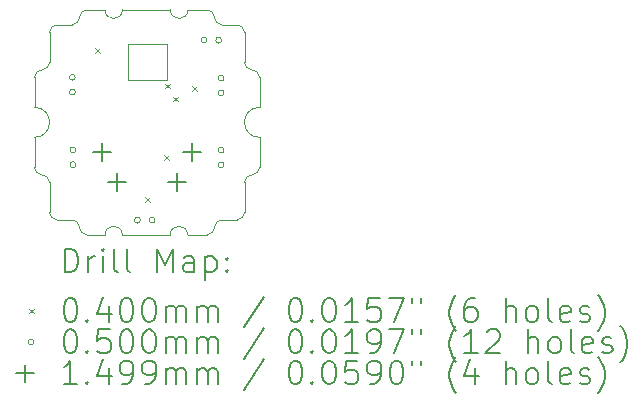
<source format=gbr>
%TF.GenerationSoftware,KiCad,Pcbnew,7.0.5*%
%TF.CreationDate,2024-03-07T22:21:13-05:00*%
%TF.ProjectId,amoebe_streamline,616d6f65-6265-45f7-9374-7265616d6c69,rev?*%
%TF.SameCoordinates,Original*%
%TF.FileFunction,Drillmap*%
%TF.FilePolarity,Positive*%
%FSLAX45Y45*%
G04 Gerber Fmt 4.5, Leading zero omitted, Abs format (unit mm)*
G04 Created by KiCad (PCBNEW 7.0.5) date 2024-03-07 22:21:13*
%MOMM*%
%LPD*%
G01*
G04 APERTURE LIST*
%ADD10C,0.100000*%
%ADD11C,0.200000*%
%ADD12C,0.040000*%
%ADD13C,0.050000*%
%ADD14C,0.149860*%
G04 APERTURE END LIST*
D10*
X14485549Y-9080429D02*
G75*
G03*
X14633011Y-9080429I73731J0D01*
G01*
X13931829Y-9080429D02*
G75*
G03*
X14079291Y-9080429I73731J0D01*
G01*
X13779500Y-9080500D02*
X13931829Y-9080571D01*
X14633011Y-9080429D02*
X14795500Y-9080500D01*
X14079291Y-9080571D02*
X14485549Y-9080429D01*
X14079291Y-10985571D02*
X14484208Y-10985500D01*
X14631670Y-10985500D02*
X14795500Y-10985500D01*
X13779500Y-10985500D02*
X13931829Y-10985571D01*
X14631670Y-10985500D02*
G75*
G03*
X14484208Y-10985500I-73731J0D01*
G01*
X13398500Y-9588500D02*
G75*
G03*
X13335000Y-9652000I0J-63500D01*
G01*
X13525500Y-9207500D02*
X13652500Y-9207500D01*
X15240000Y-9652000D02*
G75*
G03*
X15176500Y-9588500I-63500J0D01*
G01*
X14452600Y-9373950D02*
X14124940Y-9373950D01*
X15113000Y-9271000D02*
X15113000Y-9525000D01*
X14859000Y-9144000D02*
G75*
G03*
X14922500Y-9207500I63500J0D01*
G01*
X13652500Y-9207500D02*
G75*
G03*
X13716000Y-9144000I0J63500D01*
G01*
X15240000Y-10160000D02*
X15240000Y-10414000D01*
X15240000Y-9906000D02*
X15240000Y-9652000D01*
X13462000Y-10795000D02*
G75*
G03*
X13525500Y-10858500I63500J0D01*
G01*
X13779500Y-9080500D02*
G75*
G03*
X13716000Y-9144000I0J-63500D01*
G01*
X13335000Y-10414000D02*
G75*
G03*
X13398500Y-10477500I63500J0D01*
G01*
X13335000Y-9906000D02*
X13335000Y-9652000D01*
X14452600Y-9676050D02*
X14452600Y-9373950D01*
X14922500Y-10858500D02*
G75*
G03*
X14859000Y-10922000I0J-63500D01*
G01*
X13716000Y-10922000D02*
G75*
G03*
X13779500Y-10985500I63500J0D01*
G01*
X13335000Y-10160000D02*
X13335000Y-10414000D01*
X14859000Y-9144000D02*
G75*
G03*
X14795500Y-9080500I-63500J0D01*
G01*
X13462000Y-9271000D02*
X13462000Y-9525000D01*
X13335000Y-10160000D02*
G75*
G03*
X13335000Y-9906000I0J127000D01*
G01*
X15049500Y-10858500D02*
G75*
G03*
X15113000Y-10795000I0J63500D01*
G01*
X13525500Y-9207500D02*
G75*
G03*
X13462000Y-9271000I0J-63500D01*
G01*
X15176500Y-10477500D02*
G75*
G03*
X15113000Y-10541000I0J-63500D01*
G01*
X15049500Y-10858500D02*
X14922500Y-10858500D01*
X15113000Y-9271000D02*
G75*
G03*
X15049500Y-9207500I-63500J0D01*
G01*
X13716000Y-10922000D02*
G75*
G03*
X13652500Y-10858500I-63500J0D01*
G01*
X15176500Y-10477500D02*
G75*
G03*
X15240000Y-10414000I0J63500D01*
G01*
X13525500Y-10858500D02*
X13652500Y-10858500D01*
X15113000Y-9525000D02*
G75*
G03*
X15176500Y-9588500I63500J0D01*
G01*
X14124940Y-9676050D02*
X14452600Y-9676050D01*
X13398500Y-9588500D02*
G75*
G03*
X13462000Y-9525000I0J63500D01*
G01*
X14922500Y-9207500D02*
X15049500Y-9207500D01*
X13462000Y-10541000D02*
G75*
G03*
X13398500Y-10477500I-63500J0D01*
G01*
X15240000Y-9906000D02*
G75*
G03*
X15240000Y-10160000I0J-127000D01*
G01*
X14124940Y-9373950D02*
X14124940Y-9676050D01*
X14079291Y-10985571D02*
G75*
G03*
X13931829Y-10985571I-73731J0D01*
G01*
X15113000Y-10795000D02*
X15113000Y-10541000D01*
X14795500Y-10985500D02*
G75*
G03*
X14859000Y-10922000I0J63500D01*
G01*
X13462000Y-10541000D02*
X13462000Y-10795000D01*
D11*
D12*
X13848400Y-9403400D02*
X13888400Y-9443400D01*
X13888400Y-9403400D02*
X13848400Y-9443400D01*
X14270040Y-10668320D02*
X14310040Y-10708320D01*
X14310040Y-10668320D02*
X14270040Y-10708320D01*
X14435249Y-10312167D02*
X14475249Y-10352167D01*
X14475249Y-10312167D02*
X14435249Y-10352167D01*
X14442500Y-9705000D02*
X14482500Y-9745000D01*
X14482500Y-9705000D02*
X14442500Y-9745000D01*
X14508800Y-9815550D02*
X14548800Y-9855550D01*
X14548800Y-9815550D02*
X14508800Y-9855550D01*
X14672339Y-9729499D02*
X14712339Y-9769499D01*
X14712339Y-9729499D02*
X14672339Y-9769499D01*
D13*
X13680040Y-9652000D02*
G75*
G03*
X13680040Y-9652000I-25000J0D01*
G01*
X13680040Y-9777000D02*
G75*
G03*
X13680040Y-9777000I-25000J0D01*
G01*
X13685120Y-10266680D02*
G75*
G03*
X13685120Y-10266680I-25000J0D01*
G01*
X13685120Y-10391680D02*
G75*
G03*
X13685120Y-10391680I-25000J0D01*
G01*
X14230680Y-10861040D02*
G75*
G03*
X14230680Y-10861040I-25000J0D01*
G01*
X14355680Y-10861040D02*
G75*
G03*
X14355680Y-10861040I-25000J0D01*
G01*
X14794560Y-9337040D02*
G75*
G03*
X14794560Y-9337040I-25000J0D01*
G01*
X14919560Y-9337040D02*
G75*
G03*
X14919560Y-9337040I-25000J0D01*
G01*
X14939880Y-9659080D02*
G75*
G03*
X14939880Y-9659080I-25000J0D01*
G01*
X14939880Y-9784080D02*
G75*
G03*
X14939880Y-9784080I-25000J0D01*
G01*
X14939880Y-10268680D02*
G75*
G03*
X14939880Y-10268680I-25000J0D01*
G01*
X14939880Y-10393680D02*
G75*
G03*
X14939880Y-10393680I-25000J0D01*
G01*
D14*
X13906490Y-10211860D02*
X13906490Y-10361720D01*
X13831560Y-10286790D02*
X13981420Y-10286790D01*
X14033490Y-10465860D02*
X14033490Y-10615720D01*
X13958560Y-10540790D02*
X14108420Y-10540790D01*
X14541490Y-10465860D02*
X14541490Y-10615720D01*
X14466560Y-10540790D02*
X14616420Y-10540790D01*
X14668490Y-10211860D02*
X14668490Y-10361720D01*
X14593560Y-10286790D02*
X14743420Y-10286790D01*
D11*
X13590777Y-11302055D02*
X13590777Y-11102055D01*
X13590777Y-11102055D02*
X13638396Y-11102055D01*
X13638396Y-11102055D02*
X13666967Y-11111579D01*
X13666967Y-11111579D02*
X13686015Y-11130626D01*
X13686015Y-11130626D02*
X13695539Y-11149674D01*
X13695539Y-11149674D02*
X13705062Y-11187769D01*
X13705062Y-11187769D02*
X13705062Y-11216341D01*
X13705062Y-11216341D02*
X13695539Y-11254436D01*
X13695539Y-11254436D02*
X13686015Y-11273483D01*
X13686015Y-11273483D02*
X13666967Y-11292531D01*
X13666967Y-11292531D02*
X13638396Y-11302055D01*
X13638396Y-11302055D02*
X13590777Y-11302055D01*
X13790777Y-11302055D02*
X13790777Y-11168722D01*
X13790777Y-11206817D02*
X13800301Y-11187769D01*
X13800301Y-11187769D02*
X13809824Y-11178245D01*
X13809824Y-11178245D02*
X13828872Y-11168722D01*
X13828872Y-11168722D02*
X13847920Y-11168722D01*
X13914586Y-11302055D02*
X13914586Y-11168722D01*
X13914586Y-11102055D02*
X13905062Y-11111579D01*
X13905062Y-11111579D02*
X13914586Y-11121103D01*
X13914586Y-11121103D02*
X13924110Y-11111579D01*
X13924110Y-11111579D02*
X13914586Y-11102055D01*
X13914586Y-11102055D02*
X13914586Y-11121103D01*
X14038396Y-11302055D02*
X14019348Y-11292531D01*
X14019348Y-11292531D02*
X14009824Y-11273483D01*
X14009824Y-11273483D02*
X14009824Y-11102055D01*
X14143158Y-11302055D02*
X14124110Y-11292531D01*
X14124110Y-11292531D02*
X14114586Y-11273483D01*
X14114586Y-11273483D02*
X14114586Y-11102055D01*
X14371729Y-11302055D02*
X14371729Y-11102055D01*
X14371729Y-11102055D02*
X14438396Y-11244912D01*
X14438396Y-11244912D02*
X14505062Y-11102055D01*
X14505062Y-11102055D02*
X14505062Y-11302055D01*
X14686015Y-11302055D02*
X14686015Y-11197293D01*
X14686015Y-11197293D02*
X14676491Y-11178245D01*
X14676491Y-11178245D02*
X14657443Y-11168722D01*
X14657443Y-11168722D02*
X14619348Y-11168722D01*
X14619348Y-11168722D02*
X14600301Y-11178245D01*
X14686015Y-11292531D02*
X14666967Y-11302055D01*
X14666967Y-11302055D02*
X14619348Y-11302055D01*
X14619348Y-11302055D02*
X14600301Y-11292531D01*
X14600301Y-11292531D02*
X14590777Y-11273483D01*
X14590777Y-11273483D02*
X14590777Y-11254436D01*
X14590777Y-11254436D02*
X14600301Y-11235388D01*
X14600301Y-11235388D02*
X14619348Y-11225864D01*
X14619348Y-11225864D02*
X14666967Y-11225864D01*
X14666967Y-11225864D02*
X14686015Y-11216341D01*
X14781253Y-11168722D02*
X14781253Y-11368722D01*
X14781253Y-11178245D02*
X14800301Y-11168722D01*
X14800301Y-11168722D02*
X14838396Y-11168722D01*
X14838396Y-11168722D02*
X14857443Y-11178245D01*
X14857443Y-11178245D02*
X14866967Y-11187769D01*
X14866967Y-11187769D02*
X14876491Y-11206817D01*
X14876491Y-11206817D02*
X14876491Y-11263960D01*
X14876491Y-11263960D02*
X14866967Y-11283007D01*
X14866967Y-11283007D02*
X14857443Y-11292531D01*
X14857443Y-11292531D02*
X14838396Y-11302055D01*
X14838396Y-11302055D02*
X14800301Y-11302055D01*
X14800301Y-11302055D02*
X14781253Y-11292531D01*
X14962205Y-11283007D02*
X14971729Y-11292531D01*
X14971729Y-11292531D02*
X14962205Y-11302055D01*
X14962205Y-11302055D02*
X14952682Y-11292531D01*
X14952682Y-11292531D02*
X14962205Y-11283007D01*
X14962205Y-11283007D02*
X14962205Y-11302055D01*
X14962205Y-11178245D02*
X14971729Y-11187769D01*
X14971729Y-11187769D02*
X14962205Y-11197293D01*
X14962205Y-11197293D02*
X14952682Y-11187769D01*
X14952682Y-11187769D02*
X14962205Y-11178245D01*
X14962205Y-11178245D02*
X14962205Y-11197293D01*
D12*
X13290000Y-11610571D02*
X13330000Y-11650571D01*
X13330000Y-11610571D02*
X13290000Y-11650571D01*
D11*
X13628872Y-11522055D02*
X13647920Y-11522055D01*
X13647920Y-11522055D02*
X13666967Y-11531579D01*
X13666967Y-11531579D02*
X13676491Y-11541103D01*
X13676491Y-11541103D02*
X13686015Y-11560150D01*
X13686015Y-11560150D02*
X13695539Y-11598245D01*
X13695539Y-11598245D02*
X13695539Y-11645864D01*
X13695539Y-11645864D02*
X13686015Y-11683960D01*
X13686015Y-11683960D02*
X13676491Y-11703007D01*
X13676491Y-11703007D02*
X13666967Y-11712531D01*
X13666967Y-11712531D02*
X13647920Y-11722055D01*
X13647920Y-11722055D02*
X13628872Y-11722055D01*
X13628872Y-11722055D02*
X13609824Y-11712531D01*
X13609824Y-11712531D02*
X13600301Y-11703007D01*
X13600301Y-11703007D02*
X13590777Y-11683960D01*
X13590777Y-11683960D02*
X13581253Y-11645864D01*
X13581253Y-11645864D02*
X13581253Y-11598245D01*
X13581253Y-11598245D02*
X13590777Y-11560150D01*
X13590777Y-11560150D02*
X13600301Y-11541103D01*
X13600301Y-11541103D02*
X13609824Y-11531579D01*
X13609824Y-11531579D02*
X13628872Y-11522055D01*
X13781253Y-11703007D02*
X13790777Y-11712531D01*
X13790777Y-11712531D02*
X13781253Y-11722055D01*
X13781253Y-11722055D02*
X13771729Y-11712531D01*
X13771729Y-11712531D02*
X13781253Y-11703007D01*
X13781253Y-11703007D02*
X13781253Y-11722055D01*
X13962205Y-11588722D02*
X13962205Y-11722055D01*
X13914586Y-11512531D02*
X13866967Y-11655388D01*
X13866967Y-11655388D02*
X13990777Y-11655388D01*
X14105062Y-11522055D02*
X14124110Y-11522055D01*
X14124110Y-11522055D02*
X14143158Y-11531579D01*
X14143158Y-11531579D02*
X14152682Y-11541103D01*
X14152682Y-11541103D02*
X14162205Y-11560150D01*
X14162205Y-11560150D02*
X14171729Y-11598245D01*
X14171729Y-11598245D02*
X14171729Y-11645864D01*
X14171729Y-11645864D02*
X14162205Y-11683960D01*
X14162205Y-11683960D02*
X14152682Y-11703007D01*
X14152682Y-11703007D02*
X14143158Y-11712531D01*
X14143158Y-11712531D02*
X14124110Y-11722055D01*
X14124110Y-11722055D02*
X14105062Y-11722055D01*
X14105062Y-11722055D02*
X14086015Y-11712531D01*
X14086015Y-11712531D02*
X14076491Y-11703007D01*
X14076491Y-11703007D02*
X14066967Y-11683960D01*
X14066967Y-11683960D02*
X14057443Y-11645864D01*
X14057443Y-11645864D02*
X14057443Y-11598245D01*
X14057443Y-11598245D02*
X14066967Y-11560150D01*
X14066967Y-11560150D02*
X14076491Y-11541103D01*
X14076491Y-11541103D02*
X14086015Y-11531579D01*
X14086015Y-11531579D02*
X14105062Y-11522055D01*
X14295539Y-11522055D02*
X14314586Y-11522055D01*
X14314586Y-11522055D02*
X14333634Y-11531579D01*
X14333634Y-11531579D02*
X14343158Y-11541103D01*
X14343158Y-11541103D02*
X14352682Y-11560150D01*
X14352682Y-11560150D02*
X14362205Y-11598245D01*
X14362205Y-11598245D02*
X14362205Y-11645864D01*
X14362205Y-11645864D02*
X14352682Y-11683960D01*
X14352682Y-11683960D02*
X14343158Y-11703007D01*
X14343158Y-11703007D02*
X14333634Y-11712531D01*
X14333634Y-11712531D02*
X14314586Y-11722055D01*
X14314586Y-11722055D02*
X14295539Y-11722055D01*
X14295539Y-11722055D02*
X14276491Y-11712531D01*
X14276491Y-11712531D02*
X14266967Y-11703007D01*
X14266967Y-11703007D02*
X14257443Y-11683960D01*
X14257443Y-11683960D02*
X14247920Y-11645864D01*
X14247920Y-11645864D02*
X14247920Y-11598245D01*
X14247920Y-11598245D02*
X14257443Y-11560150D01*
X14257443Y-11560150D02*
X14266967Y-11541103D01*
X14266967Y-11541103D02*
X14276491Y-11531579D01*
X14276491Y-11531579D02*
X14295539Y-11522055D01*
X14447920Y-11722055D02*
X14447920Y-11588722D01*
X14447920Y-11607769D02*
X14457443Y-11598245D01*
X14457443Y-11598245D02*
X14476491Y-11588722D01*
X14476491Y-11588722D02*
X14505063Y-11588722D01*
X14505063Y-11588722D02*
X14524110Y-11598245D01*
X14524110Y-11598245D02*
X14533634Y-11617293D01*
X14533634Y-11617293D02*
X14533634Y-11722055D01*
X14533634Y-11617293D02*
X14543158Y-11598245D01*
X14543158Y-11598245D02*
X14562205Y-11588722D01*
X14562205Y-11588722D02*
X14590777Y-11588722D01*
X14590777Y-11588722D02*
X14609824Y-11598245D01*
X14609824Y-11598245D02*
X14619348Y-11617293D01*
X14619348Y-11617293D02*
X14619348Y-11722055D01*
X14714586Y-11722055D02*
X14714586Y-11588722D01*
X14714586Y-11607769D02*
X14724110Y-11598245D01*
X14724110Y-11598245D02*
X14743158Y-11588722D01*
X14743158Y-11588722D02*
X14771729Y-11588722D01*
X14771729Y-11588722D02*
X14790777Y-11598245D01*
X14790777Y-11598245D02*
X14800301Y-11617293D01*
X14800301Y-11617293D02*
X14800301Y-11722055D01*
X14800301Y-11617293D02*
X14809824Y-11598245D01*
X14809824Y-11598245D02*
X14828872Y-11588722D01*
X14828872Y-11588722D02*
X14857443Y-11588722D01*
X14857443Y-11588722D02*
X14876491Y-11598245D01*
X14876491Y-11598245D02*
X14886015Y-11617293D01*
X14886015Y-11617293D02*
X14886015Y-11722055D01*
X15276491Y-11512531D02*
X15105063Y-11769674D01*
X15533634Y-11522055D02*
X15552682Y-11522055D01*
X15552682Y-11522055D02*
X15571729Y-11531579D01*
X15571729Y-11531579D02*
X15581253Y-11541103D01*
X15581253Y-11541103D02*
X15590777Y-11560150D01*
X15590777Y-11560150D02*
X15600301Y-11598245D01*
X15600301Y-11598245D02*
X15600301Y-11645864D01*
X15600301Y-11645864D02*
X15590777Y-11683960D01*
X15590777Y-11683960D02*
X15581253Y-11703007D01*
X15581253Y-11703007D02*
X15571729Y-11712531D01*
X15571729Y-11712531D02*
X15552682Y-11722055D01*
X15552682Y-11722055D02*
X15533634Y-11722055D01*
X15533634Y-11722055D02*
X15514586Y-11712531D01*
X15514586Y-11712531D02*
X15505063Y-11703007D01*
X15505063Y-11703007D02*
X15495539Y-11683960D01*
X15495539Y-11683960D02*
X15486015Y-11645864D01*
X15486015Y-11645864D02*
X15486015Y-11598245D01*
X15486015Y-11598245D02*
X15495539Y-11560150D01*
X15495539Y-11560150D02*
X15505063Y-11541103D01*
X15505063Y-11541103D02*
X15514586Y-11531579D01*
X15514586Y-11531579D02*
X15533634Y-11522055D01*
X15686015Y-11703007D02*
X15695539Y-11712531D01*
X15695539Y-11712531D02*
X15686015Y-11722055D01*
X15686015Y-11722055D02*
X15676491Y-11712531D01*
X15676491Y-11712531D02*
X15686015Y-11703007D01*
X15686015Y-11703007D02*
X15686015Y-11722055D01*
X15819348Y-11522055D02*
X15838396Y-11522055D01*
X15838396Y-11522055D02*
X15857444Y-11531579D01*
X15857444Y-11531579D02*
X15866967Y-11541103D01*
X15866967Y-11541103D02*
X15876491Y-11560150D01*
X15876491Y-11560150D02*
X15886015Y-11598245D01*
X15886015Y-11598245D02*
X15886015Y-11645864D01*
X15886015Y-11645864D02*
X15876491Y-11683960D01*
X15876491Y-11683960D02*
X15866967Y-11703007D01*
X15866967Y-11703007D02*
X15857444Y-11712531D01*
X15857444Y-11712531D02*
X15838396Y-11722055D01*
X15838396Y-11722055D02*
X15819348Y-11722055D01*
X15819348Y-11722055D02*
X15800301Y-11712531D01*
X15800301Y-11712531D02*
X15790777Y-11703007D01*
X15790777Y-11703007D02*
X15781253Y-11683960D01*
X15781253Y-11683960D02*
X15771729Y-11645864D01*
X15771729Y-11645864D02*
X15771729Y-11598245D01*
X15771729Y-11598245D02*
X15781253Y-11560150D01*
X15781253Y-11560150D02*
X15790777Y-11541103D01*
X15790777Y-11541103D02*
X15800301Y-11531579D01*
X15800301Y-11531579D02*
X15819348Y-11522055D01*
X16076491Y-11722055D02*
X15962206Y-11722055D01*
X16019348Y-11722055D02*
X16019348Y-11522055D01*
X16019348Y-11522055D02*
X16000301Y-11550626D01*
X16000301Y-11550626D02*
X15981253Y-11569674D01*
X15981253Y-11569674D02*
X15962206Y-11579198D01*
X16257444Y-11522055D02*
X16162206Y-11522055D01*
X16162206Y-11522055D02*
X16152682Y-11617293D01*
X16152682Y-11617293D02*
X16162206Y-11607769D01*
X16162206Y-11607769D02*
X16181253Y-11598245D01*
X16181253Y-11598245D02*
X16228872Y-11598245D01*
X16228872Y-11598245D02*
X16247920Y-11607769D01*
X16247920Y-11607769D02*
X16257444Y-11617293D01*
X16257444Y-11617293D02*
X16266967Y-11636341D01*
X16266967Y-11636341D02*
X16266967Y-11683960D01*
X16266967Y-11683960D02*
X16257444Y-11703007D01*
X16257444Y-11703007D02*
X16247920Y-11712531D01*
X16247920Y-11712531D02*
X16228872Y-11722055D01*
X16228872Y-11722055D02*
X16181253Y-11722055D01*
X16181253Y-11722055D02*
X16162206Y-11712531D01*
X16162206Y-11712531D02*
X16152682Y-11703007D01*
X16333634Y-11522055D02*
X16466967Y-11522055D01*
X16466967Y-11522055D02*
X16381253Y-11722055D01*
X16533634Y-11522055D02*
X16533634Y-11560150D01*
X16609825Y-11522055D02*
X16609825Y-11560150D01*
X16905063Y-11798245D02*
X16895539Y-11788722D01*
X16895539Y-11788722D02*
X16876491Y-11760150D01*
X16876491Y-11760150D02*
X16866968Y-11741103D01*
X16866968Y-11741103D02*
X16857444Y-11712531D01*
X16857444Y-11712531D02*
X16847920Y-11664912D01*
X16847920Y-11664912D02*
X16847920Y-11626817D01*
X16847920Y-11626817D02*
X16857444Y-11579198D01*
X16857444Y-11579198D02*
X16866968Y-11550626D01*
X16866968Y-11550626D02*
X16876491Y-11531579D01*
X16876491Y-11531579D02*
X16895539Y-11503007D01*
X16895539Y-11503007D02*
X16905063Y-11493483D01*
X17066968Y-11522055D02*
X17028872Y-11522055D01*
X17028872Y-11522055D02*
X17009825Y-11531579D01*
X17009825Y-11531579D02*
X17000301Y-11541103D01*
X17000301Y-11541103D02*
X16981253Y-11569674D01*
X16981253Y-11569674D02*
X16971730Y-11607769D01*
X16971730Y-11607769D02*
X16971730Y-11683960D01*
X16971730Y-11683960D02*
X16981253Y-11703007D01*
X16981253Y-11703007D02*
X16990777Y-11712531D01*
X16990777Y-11712531D02*
X17009825Y-11722055D01*
X17009825Y-11722055D02*
X17047920Y-11722055D01*
X17047920Y-11722055D02*
X17066968Y-11712531D01*
X17066968Y-11712531D02*
X17076491Y-11703007D01*
X17076491Y-11703007D02*
X17086015Y-11683960D01*
X17086015Y-11683960D02*
X17086015Y-11636341D01*
X17086015Y-11636341D02*
X17076491Y-11617293D01*
X17076491Y-11617293D02*
X17066968Y-11607769D01*
X17066968Y-11607769D02*
X17047920Y-11598245D01*
X17047920Y-11598245D02*
X17009825Y-11598245D01*
X17009825Y-11598245D02*
X16990777Y-11607769D01*
X16990777Y-11607769D02*
X16981253Y-11617293D01*
X16981253Y-11617293D02*
X16971730Y-11636341D01*
X17324111Y-11722055D02*
X17324111Y-11522055D01*
X17409825Y-11722055D02*
X17409825Y-11617293D01*
X17409825Y-11617293D02*
X17400301Y-11598245D01*
X17400301Y-11598245D02*
X17381253Y-11588722D01*
X17381253Y-11588722D02*
X17352682Y-11588722D01*
X17352682Y-11588722D02*
X17333634Y-11598245D01*
X17333634Y-11598245D02*
X17324111Y-11607769D01*
X17533634Y-11722055D02*
X17514587Y-11712531D01*
X17514587Y-11712531D02*
X17505063Y-11703007D01*
X17505063Y-11703007D02*
X17495539Y-11683960D01*
X17495539Y-11683960D02*
X17495539Y-11626817D01*
X17495539Y-11626817D02*
X17505063Y-11607769D01*
X17505063Y-11607769D02*
X17514587Y-11598245D01*
X17514587Y-11598245D02*
X17533634Y-11588722D01*
X17533634Y-11588722D02*
X17562206Y-11588722D01*
X17562206Y-11588722D02*
X17581253Y-11598245D01*
X17581253Y-11598245D02*
X17590777Y-11607769D01*
X17590777Y-11607769D02*
X17600301Y-11626817D01*
X17600301Y-11626817D02*
X17600301Y-11683960D01*
X17600301Y-11683960D02*
X17590777Y-11703007D01*
X17590777Y-11703007D02*
X17581253Y-11712531D01*
X17581253Y-11712531D02*
X17562206Y-11722055D01*
X17562206Y-11722055D02*
X17533634Y-11722055D01*
X17714587Y-11722055D02*
X17695539Y-11712531D01*
X17695539Y-11712531D02*
X17686015Y-11693483D01*
X17686015Y-11693483D02*
X17686015Y-11522055D01*
X17866968Y-11712531D02*
X17847920Y-11722055D01*
X17847920Y-11722055D02*
X17809825Y-11722055D01*
X17809825Y-11722055D02*
X17790777Y-11712531D01*
X17790777Y-11712531D02*
X17781253Y-11693483D01*
X17781253Y-11693483D02*
X17781253Y-11617293D01*
X17781253Y-11617293D02*
X17790777Y-11598245D01*
X17790777Y-11598245D02*
X17809825Y-11588722D01*
X17809825Y-11588722D02*
X17847920Y-11588722D01*
X17847920Y-11588722D02*
X17866968Y-11598245D01*
X17866968Y-11598245D02*
X17876492Y-11617293D01*
X17876492Y-11617293D02*
X17876492Y-11636341D01*
X17876492Y-11636341D02*
X17781253Y-11655388D01*
X17952682Y-11712531D02*
X17971730Y-11722055D01*
X17971730Y-11722055D02*
X18009825Y-11722055D01*
X18009825Y-11722055D02*
X18028873Y-11712531D01*
X18028873Y-11712531D02*
X18038396Y-11693483D01*
X18038396Y-11693483D02*
X18038396Y-11683960D01*
X18038396Y-11683960D02*
X18028873Y-11664912D01*
X18028873Y-11664912D02*
X18009825Y-11655388D01*
X18009825Y-11655388D02*
X17981253Y-11655388D01*
X17981253Y-11655388D02*
X17962206Y-11645864D01*
X17962206Y-11645864D02*
X17952682Y-11626817D01*
X17952682Y-11626817D02*
X17952682Y-11617293D01*
X17952682Y-11617293D02*
X17962206Y-11598245D01*
X17962206Y-11598245D02*
X17981253Y-11588722D01*
X17981253Y-11588722D02*
X18009825Y-11588722D01*
X18009825Y-11588722D02*
X18028873Y-11598245D01*
X18105063Y-11798245D02*
X18114587Y-11788722D01*
X18114587Y-11788722D02*
X18133634Y-11760150D01*
X18133634Y-11760150D02*
X18143158Y-11741103D01*
X18143158Y-11741103D02*
X18152682Y-11712531D01*
X18152682Y-11712531D02*
X18162206Y-11664912D01*
X18162206Y-11664912D02*
X18162206Y-11626817D01*
X18162206Y-11626817D02*
X18152682Y-11579198D01*
X18152682Y-11579198D02*
X18143158Y-11550626D01*
X18143158Y-11550626D02*
X18133634Y-11531579D01*
X18133634Y-11531579D02*
X18114587Y-11503007D01*
X18114587Y-11503007D02*
X18105063Y-11493483D01*
D13*
X13330000Y-11894571D02*
G75*
G03*
X13330000Y-11894571I-25000J0D01*
G01*
D11*
X13628872Y-11786055D02*
X13647920Y-11786055D01*
X13647920Y-11786055D02*
X13666967Y-11795579D01*
X13666967Y-11795579D02*
X13676491Y-11805103D01*
X13676491Y-11805103D02*
X13686015Y-11824150D01*
X13686015Y-11824150D02*
X13695539Y-11862245D01*
X13695539Y-11862245D02*
X13695539Y-11909864D01*
X13695539Y-11909864D02*
X13686015Y-11947960D01*
X13686015Y-11947960D02*
X13676491Y-11967007D01*
X13676491Y-11967007D02*
X13666967Y-11976531D01*
X13666967Y-11976531D02*
X13647920Y-11986055D01*
X13647920Y-11986055D02*
X13628872Y-11986055D01*
X13628872Y-11986055D02*
X13609824Y-11976531D01*
X13609824Y-11976531D02*
X13600301Y-11967007D01*
X13600301Y-11967007D02*
X13590777Y-11947960D01*
X13590777Y-11947960D02*
X13581253Y-11909864D01*
X13581253Y-11909864D02*
X13581253Y-11862245D01*
X13581253Y-11862245D02*
X13590777Y-11824150D01*
X13590777Y-11824150D02*
X13600301Y-11805103D01*
X13600301Y-11805103D02*
X13609824Y-11795579D01*
X13609824Y-11795579D02*
X13628872Y-11786055D01*
X13781253Y-11967007D02*
X13790777Y-11976531D01*
X13790777Y-11976531D02*
X13781253Y-11986055D01*
X13781253Y-11986055D02*
X13771729Y-11976531D01*
X13771729Y-11976531D02*
X13781253Y-11967007D01*
X13781253Y-11967007D02*
X13781253Y-11986055D01*
X13971729Y-11786055D02*
X13876491Y-11786055D01*
X13876491Y-11786055D02*
X13866967Y-11881293D01*
X13866967Y-11881293D02*
X13876491Y-11871769D01*
X13876491Y-11871769D02*
X13895539Y-11862245D01*
X13895539Y-11862245D02*
X13943158Y-11862245D01*
X13943158Y-11862245D02*
X13962205Y-11871769D01*
X13962205Y-11871769D02*
X13971729Y-11881293D01*
X13971729Y-11881293D02*
X13981253Y-11900341D01*
X13981253Y-11900341D02*
X13981253Y-11947960D01*
X13981253Y-11947960D02*
X13971729Y-11967007D01*
X13971729Y-11967007D02*
X13962205Y-11976531D01*
X13962205Y-11976531D02*
X13943158Y-11986055D01*
X13943158Y-11986055D02*
X13895539Y-11986055D01*
X13895539Y-11986055D02*
X13876491Y-11976531D01*
X13876491Y-11976531D02*
X13866967Y-11967007D01*
X14105062Y-11786055D02*
X14124110Y-11786055D01*
X14124110Y-11786055D02*
X14143158Y-11795579D01*
X14143158Y-11795579D02*
X14152682Y-11805103D01*
X14152682Y-11805103D02*
X14162205Y-11824150D01*
X14162205Y-11824150D02*
X14171729Y-11862245D01*
X14171729Y-11862245D02*
X14171729Y-11909864D01*
X14171729Y-11909864D02*
X14162205Y-11947960D01*
X14162205Y-11947960D02*
X14152682Y-11967007D01*
X14152682Y-11967007D02*
X14143158Y-11976531D01*
X14143158Y-11976531D02*
X14124110Y-11986055D01*
X14124110Y-11986055D02*
X14105062Y-11986055D01*
X14105062Y-11986055D02*
X14086015Y-11976531D01*
X14086015Y-11976531D02*
X14076491Y-11967007D01*
X14076491Y-11967007D02*
X14066967Y-11947960D01*
X14066967Y-11947960D02*
X14057443Y-11909864D01*
X14057443Y-11909864D02*
X14057443Y-11862245D01*
X14057443Y-11862245D02*
X14066967Y-11824150D01*
X14066967Y-11824150D02*
X14076491Y-11805103D01*
X14076491Y-11805103D02*
X14086015Y-11795579D01*
X14086015Y-11795579D02*
X14105062Y-11786055D01*
X14295539Y-11786055D02*
X14314586Y-11786055D01*
X14314586Y-11786055D02*
X14333634Y-11795579D01*
X14333634Y-11795579D02*
X14343158Y-11805103D01*
X14343158Y-11805103D02*
X14352682Y-11824150D01*
X14352682Y-11824150D02*
X14362205Y-11862245D01*
X14362205Y-11862245D02*
X14362205Y-11909864D01*
X14362205Y-11909864D02*
X14352682Y-11947960D01*
X14352682Y-11947960D02*
X14343158Y-11967007D01*
X14343158Y-11967007D02*
X14333634Y-11976531D01*
X14333634Y-11976531D02*
X14314586Y-11986055D01*
X14314586Y-11986055D02*
X14295539Y-11986055D01*
X14295539Y-11986055D02*
X14276491Y-11976531D01*
X14276491Y-11976531D02*
X14266967Y-11967007D01*
X14266967Y-11967007D02*
X14257443Y-11947960D01*
X14257443Y-11947960D02*
X14247920Y-11909864D01*
X14247920Y-11909864D02*
X14247920Y-11862245D01*
X14247920Y-11862245D02*
X14257443Y-11824150D01*
X14257443Y-11824150D02*
X14266967Y-11805103D01*
X14266967Y-11805103D02*
X14276491Y-11795579D01*
X14276491Y-11795579D02*
X14295539Y-11786055D01*
X14447920Y-11986055D02*
X14447920Y-11852722D01*
X14447920Y-11871769D02*
X14457443Y-11862245D01*
X14457443Y-11862245D02*
X14476491Y-11852722D01*
X14476491Y-11852722D02*
X14505063Y-11852722D01*
X14505063Y-11852722D02*
X14524110Y-11862245D01*
X14524110Y-11862245D02*
X14533634Y-11881293D01*
X14533634Y-11881293D02*
X14533634Y-11986055D01*
X14533634Y-11881293D02*
X14543158Y-11862245D01*
X14543158Y-11862245D02*
X14562205Y-11852722D01*
X14562205Y-11852722D02*
X14590777Y-11852722D01*
X14590777Y-11852722D02*
X14609824Y-11862245D01*
X14609824Y-11862245D02*
X14619348Y-11881293D01*
X14619348Y-11881293D02*
X14619348Y-11986055D01*
X14714586Y-11986055D02*
X14714586Y-11852722D01*
X14714586Y-11871769D02*
X14724110Y-11862245D01*
X14724110Y-11862245D02*
X14743158Y-11852722D01*
X14743158Y-11852722D02*
X14771729Y-11852722D01*
X14771729Y-11852722D02*
X14790777Y-11862245D01*
X14790777Y-11862245D02*
X14800301Y-11881293D01*
X14800301Y-11881293D02*
X14800301Y-11986055D01*
X14800301Y-11881293D02*
X14809824Y-11862245D01*
X14809824Y-11862245D02*
X14828872Y-11852722D01*
X14828872Y-11852722D02*
X14857443Y-11852722D01*
X14857443Y-11852722D02*
X14876491Y-11862245D01*
X14876491Y-11862245D02*
X14886015Y-11881293D01*
X14886015Y-11881293D02*
X14886015Y-11986055D01*
X15276491Y-11776531D02*
X15105063Y-12033674D01*
X15533634Y-11786055D02*
X15552682Y-11786055D01*
X15552682Y-11786055D02*
X15571729Y-11795579D01*
X15571729Y-11795579D02*
X15581253Y-11805103D01*
X15581253Y-11805103D02*
X15590777Y-11824150D01*
X15590777Y-11824150D02*
X15600301Y-11862245D01*
X15600301Y-11862245D02*
X15600301Y-11909864D01*
X15600301Y-11909864D02*
X15590777Y-11947960D01*
X15590777Y-11947960D02*
X15581253Y-11967007D01*
X15581253Y-11967007D02*
X15571729Y-11976531D01*
X15571729Y-11976531D02*
X15552682Y-11986055D01*
X15552682Y-11986055D02*
X15533634Y-11986055D01*
X15533634Y-11986055D02*
X15514586Y-11976531D01*
X15514586Y-11976531D02*
X15505063Y-11967007D01*
X15505063Y-11967007D02*
X15495539Y-11947960D01*
X15495539Y-11947960D02*
X15486015Y-11909864D01*
X15486015Y-11909864D02*
X15486015Y-11862245D01*
X15486015Y-11862245D02*
X15495539Y-11824150D01*
X15495539Y-11824150D02*
X15505063Y-11805103D01*
X15505063Y-11805103D02*
X15514586Y-11795579D01*
X15514586Y-11795579D02*
X15533634Y-11786055D01*
X15686015Y-11967007D02*
X15695539Y-11976531D01*
X15695539Y-11976531D02*
X15686015Y-11986055D01*
X15686015Y-11986055D02*
X15676491Y-11976531D01*
X15676491Y-11976531D02*
X15686015Y-11967007D01*
X15686015Y-11967007D02*
X15686015Y-11986055D01*
X15819348Y-11786055D02*
X15838396Y-11786055D01*
X15838396Y-11786055D02*
X15857444Y-11795579D01*
X15857444Y-11795579D02*
X15866967Y-11805103D01*
X15866967Y-11805103D02*
X15876491Y-11824150D01*
X15876491Y-11824150D02*
X15886015Y-11862245D01*
X15886015Y-11862245D02*
X15886015Y-11909864D01*
X15886015Y-11909864D02*
X15876491Y-11947960D01*
X15876491Y-11947960D02*
X15866967Y-11967007D01*
X15866967Y-11967007D02*
X15857444Y-11976531D01*
X15857444Y-11976531D02*
X15838396Y-11986055D01*
X15838396Y-11986055D02*
X15819348Y-11986055D01*
X15819348Y-11986055D02*
X15800301Y-11976531D01*
X15800301Y-11976531D02*
X15790777Y-11967007D01*
X15790777Y-11967007D02*
X15781253Y-11947960D01*
X15781253Y-11947960D02*
X15771729Y-11909864D01*
X15771729Y-11909864D02*
X15771729Y-11862245D01*
X15771729Y-11862245D02*
X15781253Y-11824150D01*
X15781253Y-11824150D02*
X15790777Y-11805103D01*
X15790777Y-11805103D02*
X15800301Y-11795579D01*
X15800301Y-11795579D02*
X15819348Y-11786055D01*
X16076491Y-11986055D02*
X15962206Y-11986055D01*
X16019348Y-11986055D02*
X16019348Y-11786055D01*
X16019348Y-11786055D02*
X16000301Y-11814626D01*
X16000301Y-11814626D02*
X15981253Y-11833674D01*
X15981253Y-11833674D02*
X15962206Y-11843198D01*
X16171729Y-11986055D02*
X16209825Y-11986055D01*
X16209825Y-11986055D02*
X16228872Y-11976531D01*
X16228872Y-11976531D02*
X16238396Y-11967007D01*
X16238396Y-11967007D02*
X16257444Y-11938436D01*
X16257444Y-11938436D02*
X16266967Y-11900341D01*
X16266967Y-11900341D02*
X16266967Y-11824150D01*
X16266967Y-11824150D02*
X16257444Y-11805103D01*
X16257444Y-11805103D02*
X16247920Y-11795579D01*
X16247920Y-11795579D02*
X16228872Y-11786055D01*
X16228872Y-11786055D02*
X16190777Y-11786055D01*
X16190777Y-11786055D02*
X16171729Y-11795579D01*
X16171729Y-11795579D02*
X16162206Y-11805103D01*
X16162206Y-11805103D02*
X16152682Y-11824150D01*
X16152682Y-11824150D02*
X16152682Y-11871769D01*
X16152682Y-11871769D02*
X16162206Y-11890817D01*
X16162206Y-11890817D02*
X16171729Y-11900341D01*
X16171729Y-11900341D02*
X16190777Y-11909864D01*
X16190777Y-11909864D02*
X16228872Y-11909864D01*
X16228872Y-11909864D02*
X16247920Y-11900341D01*
X16247920Y-11900341D02*
X16257444Y-11890817D01*
X16257444Y-11890817D02*
X16266967Y-11871769D01*
X16333634Y-11786055D02*
X16466967Y-11786055D01*
X16466967Y-11786055D02*
X16381253Y-11986055D01*
X16533634Y-11786055D02*
X16533634Y-11824150D01*
X16609825Y-11786055D02*
X16609825Y-11824150D01*
X16905063Y-12062245D02*
X16895539Y-12052722D01*
X16895539Y-12052722D02*
X16876491Y-12024150D01*
X16876491Y-12024150D02*
X16866968Y-12005103D01*
X16866968Y-12005103D02*
X16857444Y-11976531D01*
X16857444Y-11976531D02*
X16847920Y-11928912D01*
X16847920Y-11928912D02*
X16847920Y-11890817D01*
X16847920Y-11890817D02*
X16857444Y-11843198D01*
X16857444Y-11843198D02*
X16866968Y-11814626D01*
X16866968Y-11814626D02*
X16876491Y-11795579D01*
X16876491Y-11795579D02*
X16895539Y-11767007D01*
X16895539Y-11767007D02*
X16905063Y-11757483D01*
X17086015Y-11986055D02*
X16971730Y-11986055D01*
X17028872Y-11986055D02*
X17028872Y-11786055D01*
X17028872Y-11786055D02*
X17009825Y-11814626D01*
X17009825Y-11814626D02*
X16990777Y-11833674D01*
X16990777Y-11833674D02*
X16971730Y-11843198D01*
X17162206Y-11805103D02*
X17171730Y-11795579D01*
X17171730Y-11795579D02*
X17190777Y-11786055D01*
X17190777Y-11786055D02*
X17238396Y-11786055D01*
X17238396Y-11786055D02*
X17257444Y-11795579D01*
X17257444Y-11795579D02*
X17266968Y-11805103D01*
X17266968Y-11805103D02*
X17276491Y-11824150D01*
X17276491Y-11824150D02*
X17276491Y-11843198D01*
X17276491Y-11843198D02*
X17266968Y-11871769D01*
X17266968Y-11871769D02*
X17152682Y-11986055D01*
X17152682Y-11986055D02*
X17276491Y-11986055D01*
X17514587Y-11986055D02*
X17514587Y-11786055D01*
X17600301Y-11986055D02*
X17600301Y-11881293D01*
X17600301Y-11881293D02*
X17590777Y-11862245D01*
X17590777Y-11862245D02*
X17571730Y-11852722D01*
X17571730Y-11852722D02*
X17543158Y-11852722D01*
X17543158Y-11852722D02*
X17524111Y-11862245D01*
X17524111Y-11862245D02*
X17514587Y-11871769D01*
X17724111Y-11986055D02*
X17705063Y-11976531D01*
X17705063Y-11976531D02*
X17695539Y-11967007D01*
X17695539Y-11967007D02*
X17686015Y-11947960D01*
X17686015Y-11947960D02*
X17686015Y-11890817D01*
X17686015Y-11890817D02*
X17695539Y-11871769D01*
X17695539Y-11871769D02*
X17705063Y-11862245D01*
X17705063Y-11862245D02*
X17724111Y-11852722D01*
X17724111Y-11852722D02*
X17752682Y-11852722D01*
X17752682Y-11852722D02*
X17771730Y-11862245D01*
X17771730Y-11862245D02*
X17781253Y-11871769D01*
X17781253Y-11871769D02*
X17790777Y-11890817D01*
X17790777Y-11890817D02*
X17790777Y-11947960D01*
X17790777Y-11947960D02*
X17781253Y-11967007D01*
X17781253Y-11967007D02*
X17771730Y-11976531D01*
X17771730Y-11976531D02*
X17752682Y-11986055D01*
X17752682Y-11986055D02*
X17724111Y-11986055D01*
X17905063Y-11986055D02*
X17886015Y-11976531D01*
X17886015Y-11976531D02*
X17876492Y-11957483D01*
X17876492Y-11957483D02*
X17876492Y-11786055D01*
X18057444Y-11976531D02*
X18038396Y-11986055D01*
X18038396Y-11986055D02*
X18000301Y-11986055D01*
X18000301Y-11986055D02*
X17981253Y-11976531D01*
X17981253Y-11976531D02*
X17971730Y-11957483D01*
X17971730Y-11957483D02*
X17971730Y-11881293D01*
X17971730Y-11881293D02*
X17981253Y-11862245D01*
X17981253Y-11862245D02*
X18000301Y-11852722D01*
X18000301Y-11852722D02*
X18038396Y-11852722D01*
X18038396Y-11852722D02*
X18057444Y-11862245D01*
X18057444Y-11862245D02*
X18066968Y-11881293D01*
X18066968Y-11881293D02*
X18066968Y-11900341D01*
X18066968Y-11900341D02*
X17971730Y-11919388D01*
X18143158Y-11976531D02*
X18162206Y-11986055D01*
X18162206Y-11986055D02*
X18200301Y-11986055D01*
X18200301Y-11986055D02*
X18219349Y-11976531D01*
X18219349Y-11976531D02*
X18228873Y-11957483D01*
X18228873Y-11957483D02*
X18228873Y-11947960D01*
X18228873Y-11947960D02*
X18219349Y-11928912D01*
X18219349Y-11928912D02*
X18200301Y-11919388D01*
X18200301Y-11919388D02*
X18171730Y-11919388D01*
X18171730Y-11919388D02*
X18152682Y-11909864D01*
X18152682Y-11909864D02*
X18143158Y-11890817D01*
X18143158Y-11890817D02*
X18143158Y-11881293D01*
X18143158Y-11881293D02*
X18152682Y-11862245D01*
X18152682Y-11862245D02*
X18171730Y-11852722D01*
X18171730Y-11852722D02*
X18200301Y-11852722D01*
X18200301Y-11852722D02*
X18219349Y-11862245D01*
X18295539Y-12062245D02*
X18305063Y-12052722D01*
X18305063Y-12052722D02*
X18324111Y-12024150D01*
X18324111Y-12024150D02*
X18333634Y-12005103D01*
X18333634Y-12005103D02*
X18343158Y-11976531D01*
X18343158Y-11976531D02*
X18352682Y-11928912D01*
X18352682Y-11928912D02*
X18352682Y-11890817D01*
X18352682Y-11890817D02*
X18343158Y-11843198D01*
X18343158Y-11843198D02*
X18333634Y-11814626D01*
X18333634Y-11814626D02*
X18324111Y-11795579D01*
X18324111Y-11795579D02*
X18305063Y-11767007D01*
X18305063Y-11767007D02*
X18295539Y-11757483D01*
D14*
X13255070Y-12083641D02*
X13255070Y-12233501D01*
X13180140Y-12158571D02*
X13330000Y-12158571D01*
D11*
X13695539Y-12250055D02*
X13581253Y-12250055D01*
X13638396Y-12250055D02*
X13638396Y-12050055D01*
X13638396Y-12050055D02*
X13619348Y-12078626D01*
X13619348Y-12078626D02*
X13600301Y-12097674D01*
X13600301Y-12097674D02*
X13581253Y-12107198D01*
X13781253Y-12231007D02*
X13790777Y-12240531D01*
X13790777Y-12240531D02*
X13781253Y-12250055D01*
X13781253Y-12250055D02*
X13771729Y-12240531D01*
X13771729Y-12240531D02*
X13781253Y-12231007D01*
X13781253Y-12231007D02*
X13781253Y-12250055D01*
X13962205Y-12116722D02*
X13962205Y-12250055D01*
X13914586Y-12040531D02*
X13866967Y-12183388D01*
X13866967Y-12183388D02*
X13990777Y-12183388D01*
X14076491Y-12250055D02*
X14114586Y-12250055D01*
X14114586Y-12250055D02*
X14133634Y-12240531D01*
X14133634Y-12240531D02*
X14143158Y-12231007D01*
X14143158Y-12231007D02*
X14162205Y-12202436D01*
X14162205Y-12202436D02*
X14171729Y-12164341D01*
X14171729Y-12164341D02*
X14171729Y-12088150D01*
X14171729Y-12088150D02*
X14162205Y-12069103D01*
X14162205Y-12069103D02*
X14152682Y-12059579D01*
X14152682Y-12059579D02*
X14133634Y-12050055D01*
X14133634Y-12050055D02*
X14095539Y-12050055D01*
X14095539Y-12050055D02*
X14076491Y-12059579D01*
X14076491Y-12059579D02*
X14066967Y-12069103D01*
X14066967Y-12069103D02*
X14057443Y-12088150D01*
X14057443Y-12088150D02*
X14057443Y-12135769D01*
X14057443Y-12135769D02*
X14066967Y-12154817D01*
X14066967Y-12154817D02*
X14076491Y-12164341D01*
X14076491Y-12164341D02*
X14095539Y-12173864D01*
X14095539Y-12173864D02*
X14133634Y-12173864D01*
X14133634Y-12173864D02*
X14152682Y-12164341D01*
X14152682Y-12164341D02*
X14162205Y-12154817D01*
X14162205Y-12154817D02*
X14171729Y-12135769D01*
X14266967Y-12250055D02*
X14305062Y-12250055D01*
X14305062Y-12250055D02*
X14324110Y-12240531D01*
X14324110Y-12240531D02*
X14333634Y-12231007D01*
X14333634Y-12231007D02*
X14352682Y-12202436D01*
X14352682Y-12202436D02*
X14362205Y-12164341D01*
X14362205Y-12164341D02*
X14362205Y-12088150D01*
X14362205Y-12088150D02*
X14352682Y-12069103D01*
X14352682Y-12069103D02*
X14343158Y-12059579D01*
X14343158Y-12059579D02*
X14324110Y-12050055D01*
X14324110Y-12050055D02*
X14286015Y-12050055D01*
X14286015Y-12050055D02*
X14266967Y-12059579D01*
X14266967Y-12059579D02*
X14257443Y-12069103D01*
X14257443Y-12069103D02*
X14247920Y-12088150D01*
X14247920Y-12088150D02*
X14247920Y-12135769D01*
X14247920Y-12135769D02*
X14257443Y-12154817D01*
X14257443Y-12154817D02*
X14266967Y-12164341D01*
X14266967Y-12164341D02*
X14286015Y-12173864D01*
X14286015Y-12173864D02*
X14324110Y-12173864D01*
X14324110Y-12173864D02*
X14343158Y-12164341D01*
X14343158Y-12164341D02*
X14352682Y-12154817D01*
X14352682Y-12154817D02*
X14362205Y-12135769D01*
X14447920Y-12250055D02*
X14447920Y-12116722D01*
X14447920Y-12135769D02*
X14457443Y-12126245D01*
X14457443Y-12126245D02*
X14476491Y-12116722D01*
X14476491Y-12116722D02*
X14505063Y-12116722D01*
X14505063Y-12116722D02*
X14524110Y-12126245D01*
X14524110Y-12126245D02*
X14533634Y-12145293D01*
X14533634Y-12145293D02*
X14533634Y-12250055D01*
X14533634Y-12145293D02*
X14543158Y-12126245D01*
X14543158Y-12126245D02*
X14562205Y-12116722D01*
X14562205Y-12116722D02*
X14590777Y-12116722D01*
X14590777Y-12116722D02*
X14609824Y-12126245D01*
X14609824Y-12126245D02*
X14619348Y-12145293D01*
X14619348Y-12145293D02*
X14619348Y-12250055D01*
X14714586Y-12250055D02*
X14714586Y-12116722D01*
X14714586Y-12135769D02*
X14724110Y-12126245D01*
X14724110Y-12126245D02*
X14743158Y-12116722D01*
X14743158Y-12116722D02*
X14771729Y-12116722D01*
X14771729Y-12116722D02*
X14790777Y-12126245D01*
X14790777Y-12126245D02*
X14800301Y-12145293D01*
X14800301Y-12145293D02*
X14800301Y-12250055D01*
X14800301Y-12145293D02*
X14809824Y-12126245D01*
X14809824Y-12126245D02*
X14828872Y-12116722D01*
X14828872Y-12116722D02*
X14857443Y-12116722D01*
X14857443Y-12116722D02*
X14876491Y-12126245D01*
X14876491Y-12126245D02*
X14886015Y-12145293D01*
X14886015Y-12145293D02*
X14886015Y-12250055D01*
X15276491Y-12040531D02*
X15105063Y-12297674D01*
X15533634Y-12050055D02*
X15552682Y-12050055D01*
X15552682Y-12050055D02*
X15571729Y-12059579D01*
X15571729Y-12059579D02*
X15581253Y-12069103D01*
X15581253Y-12069103D02*
X15590777Y-12088150D01*
X15590777Y-12088150D02*
X15600301Y-12126245D01*
X15600301Y-12126245D02*
X15600301Y-12173864D01*
X15600301Y-12173864D02*
X15590777Y-12211960D01*
X15590777Y-12211960D02*
X15581253Y-12231007D01*
X15581253Y-12231007D02*
X15571729Y-12240531D01*
X15571729Y-12240531D02*
X15552682Y-12250055D01*
X15552682Y-12250055D02*
X15533634Y-12250055D01*
X15533634Y-12250055D02*
X15514586Y-12240531D01*
X15514586Y-12240531D02*
X15505063Y-12231007D01*
X15505063Y-12231007D02*
X15495539Y-12211960D01*
X15495539Y-12211960D02*
X15486015Y-12173864D01*
X15486015Y-12173864D02*
X15486015Y-12126245D01*
X15486015Y-12126245D02*
X15495539Y-12088150D01*
X15495539Y-12088150D02*
X15505063Y-12069103D01*
X15505063Y-12069103D02*
X15514586Y-12059579D01*
X15514586Y-12059579D02*
X15533634Y-12050055D01*
X15686015Y-12231007D02*
X15695539Y-12240531D01*
X15695539Y-12240531D02*
X15686015Y-12250055D01*
X15686015Y-12250055D02*
X15676491Y-12240531D01*
X15676491Y-12240531D02*
X15686015Y-12231007D01*
X15686015Y-12231007D02*
X15686015Y-12250055D01*
X15819348Y-12050055D02*
X15838396Y-12050055D01*
X15838396Y-12050055D02*
X15857444Y-12059579D01*
X15857444Y-12059579D02*
X15866967Y-12069103D01*
X15866967Y-12069103D02*
X15876491Y-12088150D01*
X15876491Y-12088150D02*
X15886015Y-12126245D01*
X15886015Y-12126245D02*
X15886015Y-12173864D01*
X15886015Y-12173864D02*
X15876491Y-12211960D01*
X15876491Y-12211960D02*
X15866967Y-12231007D01*
X15866967Y-12231007D02*
X15857444Y-12240531D01*
X15857444Y-12240531D02*
X15838396Y-12250055D01*
X15838396Y-12250055D02*
X15819348Y-12250055D01*
X15819348Y-12250055D02*
X15800301Y-12240531D01*
X15800301Y-12240531D02*
X15790777Y-12231007D01*
X15790777Y-12231007D02*
X15781253Y-12211960D01*
X15781253Y-12211960D02*
X15771729Y-12173864D01*
X15771729Y-12173864D02*
X15771729Y-12126245D01*
X15771729Y-12126245D02*
X15781253Y-12088150D01*
X15781253Y-12088150D02*
X15790777Y-12069103D01*
X15790777Y-12069103D02*
X15800301Y-12059579D01*
X15800301Y-12059579D02*
X15819348Y-12050055D01*
X16066967Y-12050055D02*
X15971729Y-12050055D01*
X15971729Y-12050055D02*
X15962206Y-12145293D01*
X15962206Y-12145293D02*
X15971729Y-12135769D01*
X15971729Y-12135769D02*
X15990777Y-12126245D01*
X15990777Y-12126245D02*
X16038396Y-12126245D01*
X16038396Y-12126245D02*
X16057444Y-12135769D01*
X16057444Y-12135769D02*
X16066967Y-12145293D01*
X16066967Y-12145293D02*
X16076491Y-12164341D01*
X16076491Y-12164341D02*
X16076491Y-12211960D01*
X16076491Y-12211960D02*
X16066967Y-12231007D01*
X16066967Y-12231007D02*
X16057444Y-12240531D01*
X16057444Y-12240531D02*
X16038396Y-12250055D01*
X16038396Y-12250055D02*
X15990777Y-12250055D01*
X15990777Y-12250055D02*
X15971729Y-12240531D01*
X15971729Y-12240531D02*
X15962206Y-12231007D01*
X16171729Y-12250055D02*
X16209825Y-12250055D01*
X16209825Y-12250055D02*
X16228872Y-12240531D01*
X16228872Y-12240531D02*
X16238396Y-12231007D01*
X16238396Y-12231007D02*
X16257444Y-12202436D01*
X16257444Y-12202436D02*
X16266967Y-12164341D01*
X16266967Y-12164341D02*
X16266967Y-12088150D01*
X16266967Y-12088150D02*
X16257444Y-12069103D01*
X16257444Y-12069103D02*
X16247920Y-12059579D01*
X16247920Y-12059579D02*
X16228872Y-12050055D01*
X16228872Y-12050055D02*
X16190777Y-12050055D01*
X16190777Y-12050055D02*
X16171729Y-12059579D01*
X16171729Y-12059579D02*
X16162206Y-12069103D01*
X16162206Y-12069103D02*
X16152682Y-12088150D01*
X16152682Y-12088150D02*
X16152682Y-12135769D01*
X16152682Y-12135769D02*
X16162206Y-12154817D01*
X16162206Y-12154817D02*
X16171729Y-12164341D01*
X16171729Y-12164341D02*
X16190777Y-12173864D01*
X16190777Y-12173864D02*
X16228872Y-12173864D01*
X16228872Y-12173864D02*
X16247920Y-12164341D01*
X16247920Y-12164341D02*
X16257444Y-12154817D01*
X16257444Y-12154817D02*
X16266967Y-12135769D01*
X16390777Y-12050055D02*
X16409825Y-12050055D01*
X16409825Y-12050055D02*
X16428872Y-12059579D01*
X16428872Y-12059579D02*
X16438396Y-12069103D01*
X16438396Y-12069103D02*
X16447920Y-12088150D01*
X16447920Y-12088150D02*
X16457444Y-12126245D01*
X16457444Y-12126245D02*
X16457444Y-12173864D01*
X16457444Y-12173864D02*
X16447920Y-12211960D01*
X16447920Y-12211960D02*
X16438396Y-12231007D01*
X16438396Y-12231007D02*
X16428872Y-12240531D01*
X16428872Y-12240531D02*
X16409825Y-12250055D01*
X16409825Y-12250055D02*
X16390777Y-12250055D01*
X16390777Y-12250055D02*
X16371729Y-12240531D01*
X16371729Y-12240531D02*
X16362206Y-12231007D01*
X16362206Y-12231007D02*
X16352682Y-12211960D01*
X16352682Y-12211960D02*
X16343158Y-12173864D01*
X16343158Y-12173864D02*
X16343158Y-12126245D01*
X16343158Y-12126245D02*
X16352682Y-12088150D01*
X16352682Y-12088150D02*
X16362206Y-12069103D01*
X16362206Y-12069103D02*
X16371729Y-12059579D01*
X16371729Y-12059579D02*
X16390777Y-12050055D01*
X16533634Y-12050055D02*
X16533634Y-12088150D01*
X16609825Y-12050055D02*
X16609825Y-12088150D01*
X16905063Y-12326245D02*
X16895539Y-12316722D01*
X16895539Y-12316722D02*
X16876491Y-12288150D01*
X16876491Y-12288150D02*
X16866968Y-12269103D01*
X16866968Y-12269103D02*
X16857444Y-12240531D01*
X16857444Y-12240531D02*
X16847920Y-12192912D01*
X16847920Y-12192912D02*
X16847920Y-12154817D01*
X16847920Y-12154817D02*
X16857444Y-12107198D01*
X16857444Y-12107198D02*
X16866968Y-12078626D01*
X16866968Y-12078626D02*
X16876491Y-12059579D01*
X16876491Y-12059579D02*
X16895539Y-12031007D01*
X16895539Y-12031007D02*
X16905063Y-12021483D01*
X17066968Y-12116722D02*
X17066968Y-12250055D01*
X17019349Y-12040531D02*
X16971730Y-12183388D01*
X16971730Y-12183388D02*
X17095539Y-12183388D01*
X17324111Y-12250055D02*
X17324111Y-12050055D01*
X17409825Y-12250055D02*
X17409825Y-12145293D01*
X17409825Y-12145293D02*
X17400301Y-12126245D01*
X17400301Y-12126245D02*
X17381253Y-12116722D01*
X17381253Y-12116722D02*
X17352682Y-12116722D01*
X17352682Y-12116722D02*
X17333634Y-12126245D01*
X17333634Y-12126245D02*
X17324111Y-12135769D01*
X17533634Y-12250055D02*
X17514587Y-12240531D01*
X17514587Y-12240531D02*
X17505063Y-12231007D01*
X17505063Y-12231007D02*
X17495539Y-12211960D01*
X17495539Y-12211960D02*
X17495539Y-12154817D01*
X17495539Y-12154817D02*
X17505063Y-12135769D01*
X17505063Y-12135769D02*
X17514587Y-12126245D01*
X17514587Y-12126245D02*
X17533634Y-12116722D01*
X17533634Y-12116722D02*
X17562206Y-12116722D01*
X17562206Y-12116722D02*
X17581253Y-12126245D01*
X17581253Y-12126245D02*
X17590777Y-12135769D01*
X17590777Y-12135769D02*
X17600301Y-12154817D01*
X17600301Y-12154817D02*
X17600301Y-12211960D01*
X17600301Y-12211960D02*
X17590777Y-12231007D01*
X17590777Y-12231007D02*
X17581253Y-12240531D01*
X17581253Y-12240531D02*
X17562206Y-12250055D01*
X17562206Y-12250055D02*
X17533634Y-12250055D01*
X17714587Y-12250055D02*
X17695539Y-12240531D01*
X17695539Y-12240531D02*
X17686015Y-12221483D01*
X17686015Y-12221483D02*
X17686015Y-12050055D01*
X17866968Y-12240531D02*
X17847920Y-12250055D01*
X17847920Y-12250055D02*
X17809825Y-12250055D01*
X17809825Y-12250055D02*
X17790777Y-12240531D01*
X17790777Y-12240531D02*
X17781253Y-12221483D01*
X17781253Y-12221483D02*
X17781253Y-12145293D01*
X17781253Y-12145293D02*
X17790777Y-12126245D01*
X17790777Y-12126245D02*
X17809825Y-12116722D01*
X17809825Y-12116722D02*
X17847920Y-12116722D01*
X17847920Y-12116722D02*
X17866968Y-12126245D01*
X17866968Y-12126245D02*
X17876492Y-12145293D01*
X17876492Y-12145293D02*
X17876492Y-12164341D01*
X17876492Y-12164341D02*
X17781253Y-12183388D01*
X17952682Y-12240531D02*
X17971730Y-12250055D01*
X17971730Y-12250055D02*
X18009825Y-12250055D01*
X18009825Y-12250055D02*
X18028873Y-12240531D01*
X18028873Y-12240531D02*
X18038396Y-12221483D01*
X18038396Y-12221483D02*
X18038396Y-12211960D01*
X18038396Y-12211960D02*
X18028873Y-12192912D01*
X18028873Y-12192912D02*
X18009825Y-12183388D01*
X18009825Y-12183388D02*
X17981253Y-12183388D01*
X17981253Y-12183388D02*
X17962206Y-12173864D01*
X17962206Y-12173864D02*
X17952682Y-12154817D01*
X17952682Y-12154817D02*
X17952682Y-12145293D01*
X17952682Y-12145293D02*
X17962206Y-12126245D01*
X17962206Y-12126245D02*
X17981253Y-12116722D01*
X17981253Y-12116722D02*
X18009825Y-12116722D01*
X18009825Y-12116722D02*
X18028873Y-12126245D01*
X18105063Y-12326245D02*
X18114587Y-12316722D01*
X18114587Y-12316722D02*
X18133634Y-12288150D01*
X18133634Y-12288150D02*
X18143158Y-12269103D01*
X18143158Y-12269103D02*
X18152682Y-12240531D01*
X18152682Y-12240531D02*
X18162206Y-12192912D01*
X18162206Y-12192912D02*
X18162206Y-12154817D01*
X18162206Y-12154817D02*
X18152682Y-12107198D01*
X18152682Y-12107198D02*
X18143158Y-12078626D01*
X18143158Y-12078626D02*
X18133634Y-12059579D01*
X18133634Y-12059579D02*
X18114587Y-12031007D01*
X18114587Y-12031007D02*
X18105063Y-12021483D01*
M02*

</source>
